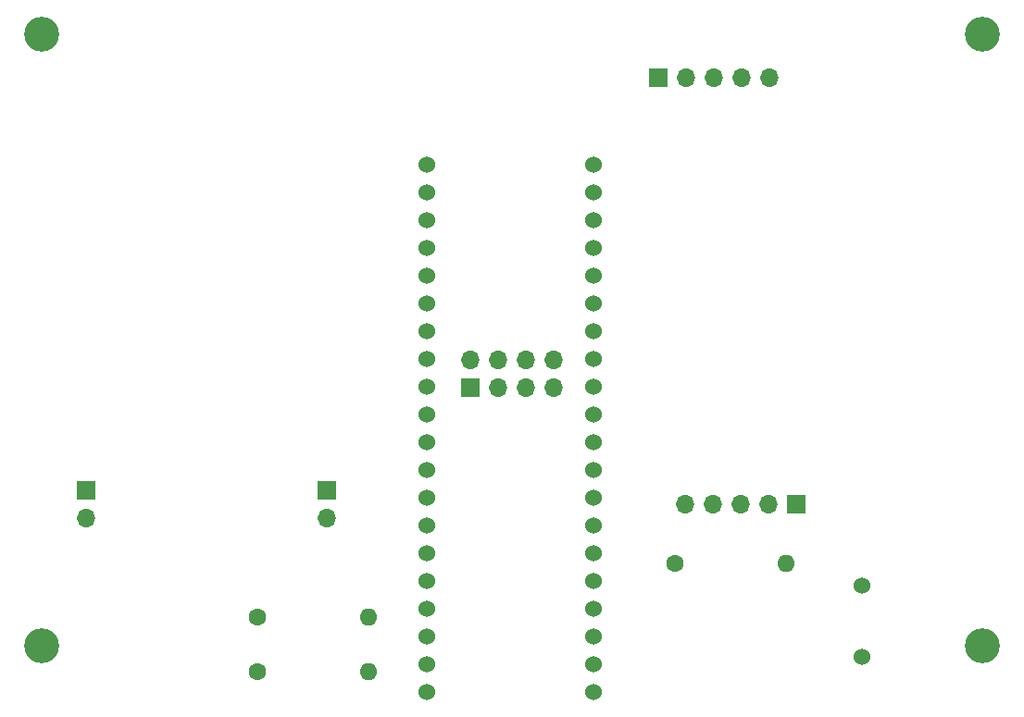
<source format=gbr>
%TF.GenerationSoftware,KiCad,Pcbnew,8.0.2*%
%TF.CreationDate,2024-06-16T11:23:51+08:00*%
%TF.ProjectId,transmitter,7472616e-736d-4697-9474-65722e6b6963,rev?*%
%TF.SameCoordinates,Original*%
%TF.FileFunction,Soldermask,Bot*%
%TF.FilePolarity,Negative*%
%FSLAX46Y46*%
G04 Gerber Fmt 4.6, Leading zero omitted, Abs format (unit mm)*
G04 Created by KiCad (PCBNEW 8.0.2) date 2024-06-16 11:23:51*
%MOMM*%
%LPD*%
G01*
G04 APERTURE LIST*
%ADD10R,1.700000X1.700000*%
%ADD11O,1.700000X1.700000*%
%ADD12C,1.600000*%
%ADD13O,1.600000X1.600000*%
%ADD14C,1.524000*%
%ADD15C,3.200000*%
G04 APERTURE END LIST*
D10*
%TO.C,U2*%
X142220000Y-102340000D03*
D11*
X142220000Y-99800000D03*
X144760000Y-102340000D03*
X144760000Y-99800000D03*
X147300000Y-102340000D03*
X147300000Y-99800000D03*
X149840000Y-102340000D03*
X149840000Y-99800000D03*
%TD*%
D10*
%TO.C,U4*%
X172000000Y-113000000D03*
D11*
X169460000Y-113000000D03*
X166920000Y-113000000D03*
X164380000Y-113000000D03*
X161840000Y-113000000D03*
%TD*%
D10*
%TO.C,U3*%
X159380000Y-74000000D03*
D11*
X161920000Y-74000000D03*
X164460000Y-74000000D03*
X167000000Y-74000000D03*
X169540000Y-74000000D03*
%TD*%
D10*
%TO.C,U6*%
X129070000Y-111730000D03*
D11*
X129070000Y-114270000D03*
X107030000Y-114270000D03*
D10*
X107030000Y-111730000D03*
%TD*%
D12*
%TO.C,R3*%
X160920000Y-118400000D03*
D13*
X171080000Y-118400000D03*
%TD*%
D14*
%TO.C,BZ1*%
X178000000Y-120500000D03*
X178000000Y-127000000D03*
%TD*%
%TO.C,U1*%
X138160000Y-81900000D03*
X153400000Y-125080000D03*
X138160000Y-86980000D03*
X138160000Y-84440000D03*
X153400000Y-130160000D03*
X153400000Y-127620000D03*
X153400000Y-122540000D03*
X153400000Y-92060000D03*
X153400000Y-94600000D03*
X153400000Y-97140000D03*
X153400000Y-99680000D03*
X153400000Y-102220000D03*
X153400000Y-104760000D03*
X153400000Y-107300000D03*
X153400000Y-109840000D03*
X138160000Y-120000000D03*
X138160000Y-117460000D03*
X138160000Y-114920000D03*
X138160000Y-112380000D03*
X138160000Y-109840000D03*
X138160000Y-107300000D03*
X153400000Y-112380000D03*
X153400000Y-114920000D03*
X138160000Y-104760000D03*
X138160000Y-102220000D03*
X138160000Y-99680000D03*
X138160000Y-97140000D03*
X138160000Y-94600000D03*
X138160000Y-92060000D03*
X138160000Y-89520000D03*
X153400000Y-117460000D03*
X153400000Y-120000000D03*
X138160000Y-130160000D03*
X138160000Y-127620000D03*
X138160000Y-125080000D03*
X138160000Y-122540000D03*
X153400000Y-84440000D03*
X153400000Y-86980000D03*
X153400000Y-89520000D03*
X153400000Y-81900000D03*
%TD*%
D15*
%TO.C,H2*%
X189000000Y-70000000D03*
%TD*%
D12*
%TO.C,R1*%
X122720000Y-123300000D03*
D13*
X132880000Y-123300000D03*
%TD*%
D12*
%TO.C,R2*%
X122720000Y-128300000D03*
D13*
X132880000Y-128300000D03*
%TD*%
D15*
%TO.C,H3*%
X103000000Y-126000000D03*
%TD*%
%TO.C,H4*%
X189000000Y-126000000D03*
%TD*%
%TO.C,H1*%
X103000000Y-70000000D03*
%TD*%
M02*

</source>
